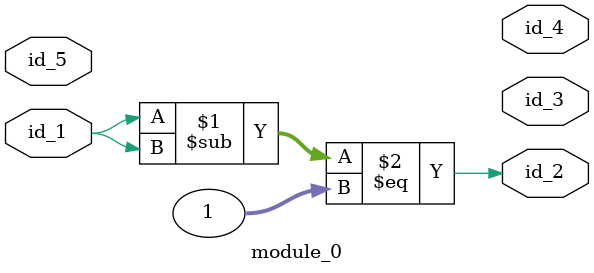
<source format=v>
module module_0 (
    id_1,
    id_2,
    id_3,
    id_4,
    id_5
);
  inout id_5;
  output id_4;
  output id_3;
  output id_2;
  input id_1;
  assign id_2 = id_1 - id_1 == 1;
endmodule

</source>
